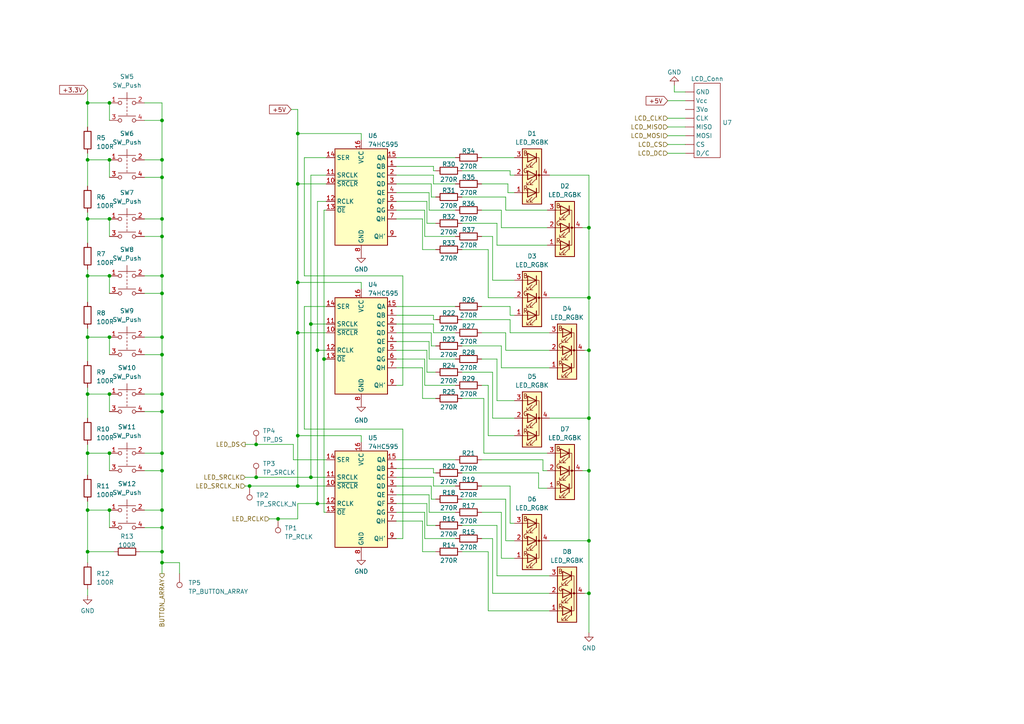
<source format=kicad_sch>
(kicad_sch (version 20230121) (generator eeschema)
  (paper "A4")
  (lib_symbols
    (symbol "74xx:74HC595"
      (property "Reference" "U" (at -7.62 13.97 0))
      (property "Value" "74HC595" (at -7.62 -16.51 0))
      (symbol "74HC595_1_0"
        (pin tri_state line (at 10.16 7.62 180) (length 2.54) (name "QB") (number "1"))
        (pin input line (at -10.16 2.54 0) (length 2.54) (name "~{SRCLR}") (number "10"))
        (pin input line (at -10.16 5.08 0) (length 2.54) (name "SRCLK") (number "11"))
        (pin input line (at -10.16 -2.54 0) (length 2.54) (name "RCLK") (number "12"))
        (pin input line (at -10.16 -5.08 0) (length 2.54) (name "~{OE}") (number "13"))
        (pin input line (at -10.16 10.16 0) (length 2.54) (name "SER") (number "14"))
        (pin tri_state line (at 10.16 10.16 180) (length 2.54) (name "QA") (number "15"))
        (pin power_in line (at 0 15.24 270) (length 2.54) (name "VCC") (number "16"))
        (pin tri_state line (at 10.16 5.08 180) (length 2.54) (name "QC") (number "2"))
        (pin tri_state line (at 10.16 2.54 180) (length 2.54) (name "QD") (number "3"))
        (pin tri_state line (at 10.16 0 180) (length 2.54) (name "QE") (number "4"))
        (pin tri_state line (at 10.16 -2.54 180) (length 2.54) (name "QF") (number "5"))
        (pin tri_state line (at 10.16 -5.08 180) (length 2.54) (name "QG") (number "6"))
        (pin tri_state line (at 10.16 -7.62 180) (length 2.54) (name "QH") (number "7"))
        (pin power_in line (at 0 -17.78 90) (length 2.54) (name "GND") (number "8"))
        (pin output line (at 10.16 -12.7 180) (length 2.54) (name "QH'") (number "9"))
      )
      (symbol "74HC595_1_1"
        (rectangle (start -7.62 12.7) (end 7.62 -15.24) (stroke (width 0.254)) (fill (type background)))
      )
    )
    (symbol "Connector:TestPoint" (pin_numbers hide) (pin_names (offset 0.762) hide)
      (property "Reference" "TP" (at 0 6.858 0))
      (property "Value" "TestPoint" (at 0 5.08 0))
      (symbol "TestPoint_0_1"
        (circle (center 0 3.302) (radius 0.762))
      )
      (symbol "TestPoint_1_1"
        (pin passive line (at 0 0 90) (length 2.54) (name "1") (number "1"))
      )
    )
    (symbol "Device:LED_RGBK" (pin_names (offset 0) hide)
      (property "Reference" "D" (at 0 9.398 0))
      (property "Value" "LED_RGBK" (at 0 -8.89 0))
      (symbol "LED_RGBK_0_0"
        (text "B" (at 1.905 -6.35 0) (effects (font (size 1.27 1.27))))
        (text "G" (at 1.905 -1.27 0) (effects (font (size 1.27 1.27))))
        (text "R" (at 1.905 3.81 0) (effects (font (size 1.27 1.27))))
      )
      (symbol "LED_RGBK_0_1"
        (circle (center -2.032 0) (radius 0.254) (fill (type outline)))
        (polyline (pts (xy -1.27 -5.08) (xy 1.27 -5.08)))
        (polyline (pts (xy -1.27 -3.81) (xy -1.27 -6.35)) (stroke (width 0.254)))
        (polyline (pts (xy -1.27 0) (xy -2.54 0)))
        (polyline (pts (xy -1.27 1.27) (xy -1.27 -1.27)) (stroke (width 0.254)))
        (polyline (pts (xy -1.27 5.08) (xy 1.27 5.08)))
        (polyline (pts (xy -1.27 6.35) (xy -1.27 3.81)) (stroke (width 0.254)))
        (polyline (pts (xy 1.27 -5.08) (xy 2.54 -5.08)))
        (polyline (pts (xy 1.27 0) (xy -1.27 0)))
        (polyline (pts (xy 1.27 0) (xy 2.54 0)))
        (polyline (pts (xy 1.27 5.08) (xy 2.54 5.08)))
        (polyline (pts (xy -1.27 1.27) (xy -1.27 -1.27) (xy -1.27 -1.27)))
        (polyline (pts (xy -1.27 6.35) (xy -1.27 3.81) (xy -1.27 3.81)))
        (polyline (pts (xy -1.27 5.08) (xy -2.032 5.08) (xy -2.032 -5.08) (xy -1.016 -5.08)))
        (polyline (pts (xy 1.27 -3.81) (xy 1.27 -6.35) (xy -1.27 -5.08) (xy 1.27 -3.81)) (stroke (width 0.254)))
        (polyline (pts (xy 1.27 1.27) (xy 1.27 -1.27) (xy -1.27 0) (xy 1.27 1.27)) (stroke (width 0.254)))
        (polyline (pts (xy 1.27 6.35) (xy 1.27 3.81) (xy -1.27 5.08) (xy 1.27 6.35)) (stroke (width 0.254)))
        (polyline (pts (xy -1.016 -3.81) (xy 0.508 -2.286) (xy -0.254 -2.286) (xy 0.508 -2.286) (xy 0.508 -3.048)))
        (polyline (pts (xy -1.016 1.27) (xy 0.508 2.794) (xy -0.254 2.794) (xy 0.508 2.794) (xy 0.508 2.032)))
        (polyline (pts (xy -1.016 6.35) (xy 0.508 7.874) (xy -0.254 7.874) (xy 0.508 7.874) (xy 0.508 7.112)))
        (polyline (pts (xy 0 -3.81) (xy 1.524 -2.286) (xy 0.762 -2.286) (xy 1.524 -2.286) (xy 1.524 -3.048)))
        (polyline (pts (xy 0 1.27) (xy 1.524 2.794) (xy 0.762 2.794) (xy 1.524 2.794) (xy 1.524 2.032)))
        (polyline (pts (xy 0 6.35) (xy 1.524 7.874) (xy 0.762 7.874) (xy 1.524 7.874) (xy 1.524 7.112)))
        (rectangle (start 1.27 -1.27) (end 1.27 1.27))
        (rectangle (start 1.27 1.27) (end 1.27 1.27))
        (rectangle (start 1.27 3.81) (end 1.27 6.35))
        (rectangle (start 1.27 6.35) (end 1.27 6.35))
        (rectangle (start 2.794 8.382) (end -2.794 -7.62) (stroke (width 0.254)) (fill (type background)))
      )
      (symbol "LED_RGBK_1_1"
        (pin passive line (at 5.08 5.08 180) (length 2.54) (name "RA") (number "1"))
        (pin passive line (at 5.08 0 180) (length 2.54) (name "GA") (number "2"))
        (pin passive line (at 5.08 -5.08 180) (length 2.54) (name "BA") (number "3"))
        (pin passive line (at -5.08 0 0) (length 2.54) (name "K") (number "4"))
      )
    )
    (symbol "Device:R" (pin_numbers hide) (pin_names (offset 0))
      (property "Reference" "R" (at 2.032 0 90))
      (property "Value" "R" (at 0 0 90))
      (symbol "R_0_1"
        (rectangle (start -1.016 -2.54) (end 1.016 2.54) (stroke (width 0.254)))
      )
      (symbol "R_1_1"
        (pin passive line (at 0 3.81 270) (length 1.27) (name "~") (number "1"))
        (pin passive line (at 0 -3.81 90) (length 1.27) (name "~") (number "2"))
      )
    )
    (symbol "GND_1" (power) (pin_names (offset 0))
      (property "Value" "GND_1" (at 0 -3.81 0))
      (symbol "GND_1_0_1"
        (polyline (pts (xy 0 0) (xy 0 -1.27) (xy 1.27 -1.27) (xy 0 -2.54) (xy -1.27 -1.27) (xy 0 -1.27)))
      )
      (symbol "GND_1_1_1"
        (pin power_in line (at 0 0 270) (length 0) hide (name "GND") (number "1"))
      )
    )
    (symbol "GND_2" (power) (pin_names (offset 0))
      (property "Value" "GND_2" (at 0 -3.81 0))
      (symbol "GND_2_0_1"
        (polyline (pts (xy 0 0) (xy 0 -1.27) (xy 1.27 -1.27) (xy 0 -2.54) (xy -1.27 -1.27) (xy 0 -1.27)))
      )
      (symbol "GND_2_1_1"
        (pin power_in line (at 0 0 270) (length 0) hide (name "GND") (number "1"))
      )
    )
    (symbol "GND_3" (power) (pin_names (offset 0))
      (property "Value" "GND_3" (at 0 -3.81 0))
      (symbol "GND_3_0_1"
        (polyline (pts (xy 0 0) (xy 0 -1.27) (xy 1.27 -1.27) (xy 0 -2.54) (xy -1.27 -1.27) (xy 0 -1.27)))
      )
      (symbol "GND_3_1_1"
        (pin power_in line (at 0 0 270) (length 0) hide (name "GND") (number "1"))
      )
    )
    (symbol "GND_4" (power) (pin_names (offset 0))
      (property "Value" "GND_4" (at 0 -3.81 0))
      (symbol "GND_4_0_1"
        (polyline (pts (xy 0 0) (xy 0 -1.27) (xy 1.27 -1.27) (xy 0 -2.54) (xy -1.27 -1.27) (xy 0 -1.27)))
      )
      (symbol "GND_4_1_1"
        (pin power_in line (at 0 0 270) (length 0) hide (name "GND") (number "1"))
      )
    )
    (symbol "GND_5" (power) (pin_names (offset 0))
      (property "Value" "GND_5" (at 0 -3.81 0))
      (symbol "GND_5_0_1"
        (polyline (pts (xy 0 0) (xy 0 -1.27) (xy 1.27 -1.27) (xy 0 -2.54) (xy -1.27 -1.27) (xy 0 -1.27)))
      )
      (symbol "GND_5_1_1"
        (pin power_in line (at 0 0 270) (length 0) hide (name "GND") (number "1"))
      )
    )
    (symbol "Luke_library:Adafruit_3.5_TFT_SPI"
      (property "Reference" "U" (at 0 0 0))
      (symbol "Adafruit_3.5_TFT_SPI_0_1"
        (rectangle (start -3.81 -1.27) (end 3.81 -22.86))
      )
      (symbol "Adafruit_3.5_TFT_SPI_1_1"
        (pin output line (at -6.35 -8.89 0) (length 2.54) (name "3Vo") (number ""))
        (pin input line (at -6.35 -11.43 0) (length 2.54) (name "CLK") (number ""))
        (pin input line (at -6.35 -19.05 0) (length 2.54) (name "CS") (number ""))
        (pin input line (at -6.35 -21.59 0) (length 2.54) (name "D/C") (number ""))
        (pin input line (at -6.35 -3.81 0) (length 2.54) (name "GND") (number ""))
        (pin input line (at -6.35 -13.97 0) (length 2.54) (name "MISO") (number ""))
        (pin input line (at -6.35 -16.51 0) (length 2.54) (name "MOSI") (number ""))
        (pin input line (at -6.35 -6.35 0) (length 2.54) (name "Vcc") (number ""))
      )
    )
    (symbol "Switch:SW_Push_Dual" (pin_names (offset 1.016) hide)
      (property "Reference" "SW" (at 1.27 2.54 0))
      (property "Value" "SW_Push_Dual" (at 0 -6.858 0))
      (symbol "SW_Push_Dual_0_1"
        (circle (center -2.032 -5.08) (radius 0.508))
        (circle (center -2.032 0) (radius 0.508))
        (polyline (pts (xy 0 -3.048) (xy 0 -3.556)))
        (polyline (pts (xy 0 -2.032) (xy 0 -2.54)))
        (polyline (pts (xy 0 -1.524) (xy 0 -1.016)))
        (polyline (pts (xy 0 -0.508) (xy 0 0)))
        (polyline (pts (xy 0 0.508) (xy 0 1.016)))
        (polyline (pts (xy 0 1.27) (xy 0 3.048)))
        (polyline (pts (xy 2.54 -3.81) (xy -2.54 -3.81)))
        (polyline (pts (xy 2.54 1.27) (xy -2.54 1.27)))
        (circle (center 2.032 -5.08) (radius 0.508))
        (circle (center 2.032 0) (radius 0.508))
        (pin passive line (at -5.08 0 0) (length 2.54) (name "1") (number "1"))
        (pin passive line (at 5.08 0 180) (length 2.54) (name "2") (number "2"))
        (pin passive line (at -5.08 -5.08 0) (length 2.54) (name "3") (number "3"))
        (pin passive line (at 5.08 -5.08 180) (length 2.54) (name "4") (number "4"))
      )
    )
    (symbol "power:GND" (power) (pin_names (offset 0))
      (property "Value" "GND" (at 0 -3.81 0))
      (symbol "GND_0_1"
        (polyline (pts (xy 0 0) (xy 0 -1.27) (xy 1.27 -1.27) (xy 0 -2.54) (xy -1.27 -1.27) (xy 0 -1.27)))
      )
      (symbol "GND_1_1"
        (pin power_in line (at 0 0 270) (length 0) hide (name "GND") (number "1"))
      )
    )
  )
  (junction (at 31.75 97.79))
  (junction (at 31.75 63.5))
  (junction (at 86.36 38.735))
  (junction (at 74.295 138.43))
  (junction (at 46.99 80.01))
  (junction (at 46.99 136.525))
  (junction (at 25.4 29.845))
  (junction (at 80.645 150.495))
  (junction (at 46.99 68.58))
  (junction (at 86.36 126.365))
  (junction (at 170.815 86.36))
  (junction (at 170.815 121.285))
  (junction (at 46.99 34.925))
  (junction (at 46.99 119.38))
  (junction (at 25.4 147.955))
  (junction (at 170.815 172.085))
  (junction (at 74.295 128.905))
  (junction (at 46.99 63.5))
  (junction (at 86.36 53.34))
  (junction (at 72.39 140.97))
  (junction (at 86.36 140.97))
  (junction (at 31.75 80.01))
  (junction (at 170.815 156.845))
  (junction (at 46.99 114.3))
  (junction (at 46.99 153.035))
  (junction (at 25.4 131.445))
  (junction (at 31.75 114.3))
  (junction (at 86.36 81.915))
  (junction (at 46.99 163.195))
  (junction (at 31.75 46.355))
  (junction (at 31.75 147.955))
  (junction (at 46.99 85.09))
  (junction (at 86.36 96.52))
  (junction (at 46.99 160.02))
  (junction (at 25.4 97.79))
  (junction (at 25.4 160.02))
  (junction (at 31.75 29.845))
  (junction (at 170.815 101.6))
  (junction (at 25.4 80.01))
  (junction (at 170.815 66.04))
  (junction (at 25.4 63.5))
  (junction (at 46.99 102.87))
  (junction (at 25.4 114.3))
  (junction (at 46.99 46.355))
  (junction (at 46.99 97.79))
  (junction (at 92.075 146.05))
  (junction (at 25.4 46.355))
  (junction (at 46.99 51.435))
  (junction (at 31.75 131.445))
  (junction (at 170.815 136.525))
  (junction (at 46.99 131.445))
  (junction (at 46.99 147.955))
  (junction (at 90.17 138.43))
  (junction (at 92.075 101.6))
  (junction (at 90.17 93.98))
  (junction (at 93.98 104.14))
  (wire (pts (xy 46.99 163.195) (xy 46.99 166.37)))
  (wire (pts (xy 142.875 121.285) (xy 149.225 121.285)))
  (wire (pts (xy 71.12 138.43) (xy 74.295 138.43)))
  (wire (pts (xy 122.555 160.02) (xy 126.365 160.02)))
  (wire (pts (xy 195.58 24.765) (xy 195.58 26.67)))
  (wire (pts (xy 141.605 111.76) (xy 141.605 126.365)))
  (wire (pts (xy 86.36 81.915) (xy 104.775 81.915)))
  (wire (pts (xy 46.99 63.5) (xy 41.91 63.5)))
  (wire (pts (xy 142.875 156.21) (xy 142.875 172.085)))
  (wire (pts (xy 46.99 34.925) (xy 41.91 34.925)))
  (wire (pts (xy 133.985 57.15) (xy 146.685 57.15)))
  (wire (pts (xy 46.99 131.445) (xy 46.99 136.525)))
  (wire (pts (xy 125.095 96.52) (xy 125.095 100.33)))
  (wire (pts (xy 125.095 144.78) (xy 126.365 144.78)))
  (wire (pts (xy 40.64 160.02) (xy 46.99 160.02)))
  (wire (pts (xy 31.75 114.3) (xy 25.4 114.3)))
  (wire (pts (xy 114.935 88.9) (xy 132.08 88.9)))
  (wire (pts (xy 133.985 72.39) (xy 141.605 72.39)))
  (wire (pts (xy 92.075 146.05) (xy 94.615 146.05)))
  (wire (pts (xy 90.17 93.98) (xy 94.615 93.98)))
  (wire (pts (xy 74.295 138.43) (xy 90.17 138.43)))
  (wire (pts (xy 104.775 126.365) (xy 104.775 128.27)))
  (wire (pts (xy 46.99 97.79) (xy 46.99 102.87)))
  (wire (pts (xy 147.955 88.9) (xy 147.955 91.44)))
  (wire (pts (xy 145.415 106.68) (xy 159.385 106.68)))
  (wire (pts (xy 46.99 51.435) (xy 46.99 63.5)))
  (wire (pts (xy 124.46 143.51) (xy 124.46 148.59)))
  (wire (pts (xy 46.99 85.09) (xy 46.99 97.79)))
  (wire (pts (xy 122.555 63.5) (xy 122.555 72.39)))
  (wire (pts (xy 169.545 101.6) (xy 170.815 101.6)))
  (wire (pts (xy 25.4 131.445) (xy 25.4 128.905)))
  (wire (pts (xy 114.935 138.43) (xy 125.73 138.43)))
  (wire (pts (xy 31.75 131.445) (xy 25.4 131.445)))
  (wire (pts (xy 25.4 147.955) (xy 25.4 160.02)))
  (wire (pts (xy 31.75 114.3) (xy 31.75 119.38)))
  (wire (pts (xy 170.815 101.6) (xy 170.815 121.285)))
  (wire (pts (xy 145.415 161.925) (xy 149.225 161.925)))
  (wire (pts (xy 123.825 152.4) (xy 126.365 152.4)))
  (wire (pts (xy 25.4 26.035) (xy 25.4 29.845)))
  (wire (pts (xy 146.685 144.78) (xy 146.685 156.845)))
  (wire (pts (xy 124.46 60.96) (xy 132.08 60.96)))
  (wire (pts (xy 147.955 151.765) (xy 149.225 151.765)))
  (wire (pts (xy 86.36 150.495) (xy 80.645 150.495)))
  (wire (pts (xy 139.7 140.97) (xy 147.955 140.97)))
  (wire (pts (xy 31.75 63.5) (xy 25.4 63.5)))
  (wire (pts (xy 46.99 136.525) (xy 41.91 136.525)))
  (wire (pts (xy 114.935 133.35) (xy 132.08 133.35)))
  (wire (pts (xy 90.17 50.8) (xy 90.17 93.98)))
  (wire (pts (xy 123.19 111.76) (xy 132.08 111.76)))
  (wire (pts (xy 141.605 86.36) (xy 149.225 86.36)))
  (wire (pts (xy 86.36 126.365) (xy 104.775 126.365)))
  (wire (pts (xy 25.4 112.395) (xy 25.4 114.3)))
  (wire (pts (xy 86.36 53.34) (xy 94.615 53.34)))
  (wire (pts (xy 159.385 156.845) (xy 170.815 156.845)))
  (wire (pts (xy 147.955 91.44) (xy 149.225 91.44)))
  (wire (pts (xy 88.265 80.01) (xy 116.84 80.01)))
  (wire (pts (xy 94.615 60.96) (xy 93.98 60.96)))
  (wire (pts (xy 46.99 46.355) (xy 46.99 51.435)))
  (wire (pts (xy 31.75 131.445) (xy 31.75 136.525)))
  (wire (pts (xy 125.73 137.16) (xy 126.365 137.16)))
  (wire (pts (xy 71.12 140.97) (xy 72.39 140.97)))
  (wire (pts (xy 133.985 115.57) (xy 140.335 115.57)))
  (wire (pts (xy 141.605 72.39) (xy 141.605 86.36)))
  (wire (pts (xy 124.46 148.59) (xy 132.08 148.59)))
  (wire (pts (xy 145.415 100.33) (xy 145.415 106.68)))
  (wire (pts (xy 31.75 97.79) (xy 25.4 97.79)))
  (wire (pts (xy 114.935 106.68) (xy 122.555 106.68)))
  (wire (pts (xy 122.555 115.57) (xy 126.365 115.57)))
  (wire (pts (xy 142.875 81.28) (xy 149.225 81.28)))
  (wire (pts (xy 114.935 140.97) (xy 125.095 140.97)))
  (wire (pts (xy 193.675 41.91) (xy 198.755 41.91)))
  (wire (pts (xy 114.935 146.05) (xy 123.825 146.05)))
  (wire (pts (xy 170.815 172.085) (xy 170.815 183.515)))
  (wire (pts (xy 25.4 95.25) (xy 25.4 97.79)))
  (wire (pts (xy 114.935 151.13) (xy 122.555 151.13)))
  (wire (pts (xy 116.84 156.21) (xy 114.935 156.21)))
  (wire (pts (xy 133.985 144.78) (xy 146.685 144.78)))
  (wire (pts (xy 147.32 55.88) (xy 149.225 55.88)))
  (wire (pts (xy 124.46 55.88) (xy 124.46 60.96)))
  (wire (pts (xy 114.935 91.44) (xy 125.73 91.44)))
  (wire (pts (xy 122.555 72.39) (xy 126.365 72.39)))
  (wire (pts (xy 46.99 102.87) (xy 41.91 102.87)))
  (wire (pts (xy 25.4 80.01) (xy 25.4 78.105)))
  (wire (pts (xy 86.36 96.52) (xy 86.36 126.365)))
  (wire (pts (xy 125.095 57.15) (xy 126.365 57.15)))
  (wire (pts (xy 159.385 50.8) (xy 170.815 50.8)))
  (wire (pts (xy 139.7 133.35) (xy 157.48 133.35)))
  (wire (pts (xy 146.685 96.52) (xy 146.685 101.6)))
  (wire (pts (xy 139.7 96.52) (xy 146.685 96.52)))
  (wire (pts (xy 170.815 121.285) (xy 170.815 136.525)))
  (wire (pts (xy 46.99 153.035) (xy 46.99 160.02)))
  (wire (pts (xy 133.985 152.4) (xy 144.145 152.4)))
  (wire (pts (xy 123.825 146.05) (xy 123.825 152.4)))
  (wire (pts (xy 116.84 124.46) (xy 116.84 156.21)))
  (wire (pts (xy 140.335 131.445) (xy 158.75 131.445)))
  (wire (pts (xy 125.73 138.43) (xy 125.73 140.97)))
  (wire (pts (xy 123.825 101.6) (xy 123.825 107.95)))
  (wire (pts (xy 25.4 87.63) (xy 25.4 80.01)))
  (wire (pts (xy 144.145 167.005) (xy 159.385 167.005)))
  (wire (pts (xy 104.775 81.915) (xy 104.775 83.82)))
  (wire (pts (xy 88.265 88.9) (xy 88.265 124.46)))
  (wire (pts (xy 123.825 64.77) (xy 126.365 64.77)))
  (wire (pts (xy 71.12 128.905) (xy 74.295 128.905)))
  (wire (pts (xy 123.825 58.42) (xy 123.825 64.77)))
  (wire (pts (xy 147.955 96.52) (xy 159.385 96.52)))
  (wire (pts (xy 46.99 63.5) (xy 46.99 68.58)))
  (wire (pts (xy 86.36 38.735) (xy 86.36 53.34)))
  (wire (pts (xy 122.555 106.68) (xy 122.555 115.57)))
  (wire (pts (xy 133.985 64.77) (xy 144.145 64.77)))
  (wire (pts (xy 141.605 160.02) (xy 141.605 177.165)))
  (wire (pts (xy 193.675 36.83) (xy 198.755 36.83)))
  (wire (pts (xy 46.99 85.09) (xy 41.91 85.09)))
  (wire (pts (xy 147.955 50.8) (xy 149.225 50.8)))
  (wire (pts (xy 31.75 147.955) (xy 31.75 153.035)))
  (wire (pts (xy 141.605 126.365) (xy 149.225 126.365)))
  (wire (pts (xy 114.935 53.34) (xy 125.095 53.34)))
  (wire (pts (xy 46.99 147.955) (xy 46.99 153.035)))
  (wire (pts (xy 25.4 46.355) (xy 25.4 44.45)))
  (wire (pts (xy 193.675 29.21) (xy 198.755 29.21)))
  (wire (pts (xy 86.36 96.52) (xy 94.615 96.52)))
  (wire (pts (xy 170.815 172.085) (xy 169.545 172.085)))
  (wire (pts (xy 123.19 104.14) (xy 123.19 111.76)))
  (wire (pts (xy 170.815 136.525) (xy 170.815 156.845)))
  (wire (pts (xy 46.99 80.01) (xy 41.91 80.01)))
  (wire (pts (xy 156.21 137.16) (xy 156.21 141.605)))
  (wire (pts (xy 141.605 177.165) (xy 159.385 177.165)))
  (wire (pts (xy 86.36 81.915) (xy 86.36 96.52)))
  (wire (pts (xy 123.19 60.96) (xy 123.19 68.58)))
  (wire (pts (xy 144.145 116.205) (xy 149.225 116.205)))
  (wire (pts (xy 125.095 53.34) (xy 125.095 57.15)))
  (wire (pts (xy 114.935 55.88) (xy 124.46 55.88)))
  (wire (pts (xy 144.145 152.4) (xy 144.145 167.005)))
  (wire (pts (xy 146.685 101.6) (xy 159.385 101.6)))
  (wire (pts (xy 170.815 156.845) (xy 170.815 172.085)))
  (wire (pts (xy 46.99 29.845) (xy 41.91 29.845)))
  (wire (pts (xy 139.7 68.58) (xy 142.875 68.58)))
  (wire (pts (xy 114.935 99.06) (xy 124.46 99.06)))
  (wire (pts (xy 125.73 50.8) (xy 125.73 53.34)))
  (wire (pts (xy 157.48 136.525) (xy 158.75 136.525)))
  (wire (pts (xy 52.07 163.195) (xy 52.07 166.37)))
  (wire (pts (xy 25.4 80.01) (xy 31.75 80.01)))
  (wire (pts (xy 133.985 92.71) (xy 147.955 92.71)))
  (wire (pts (xy 31.75 63.5) (xy 31.75 68.58)))
  (wire (pts (xy 114.935 111.76) (xy 116.84 111.76)))
  (wire (pts (xy 125.095 100.33) (xy 126.365 100.33)))
  (wire (pts (xy 84.455 31.75) (xy 86.36 31.75)))
  (wire (pts (xy 125.73 48.26) (xy 125.73 49.53)))
  (wire (pts (xy 139.7 148.59) (xy 145.415 148.59)))
  (wire (pts (xy 168.91 136.525) (xy 170.815 136.525)))
  (wire (pts (xy 25.4 29.845) (xy 25.4 36.83)))
  (wire (pts (xy 25.4 63.5) (xy 25.4 61.595)))
  (wire (pts (xy 114.935 93.98) (xy 125.73 93.98)))
  (wire (pts (xy 125.73 135.89) (xy 125.73 137.16)))
  (wire (pts (xy 46.99 102.87) (xy 46.99 114.3)))
  (wire (pts (xy 46.99 147.955) (xy 41.91 147.955)))
  (wire (pts (xy 31.75 97.79) (xy 31.75 102.87)))
  (wire (pts (xy 86.36 53.34) (xy 86.36 81.915)))
  (wire (pts (xy 114.935 60.96) (xy 123.19 60.96)))
  (wire (pts (xy 25.4 147.955) (xy 25.4 145.415)))
  (wire (pts (xy 170.815 86.36) (xy 170.815 101.6)))
  (wire (pts (xy 139.7 53.34) (xy 147.32 53.34)))
  (wire (pts (xy 147.955 49.53) (xy 147.955 50.8)))
  (wire (pts (xy 25.4 160.02) (xy 25.4 163.195)))
  (wire (pts (xy 86.36 146.05) (xy 86.36 150.495)))
  (wire (pts (xy 147.955 92.71) (xy 147.955 96.52)))
  (wire (pts (xy 25.4 114.3) (xy 25.4 121.285)))
  (wire (pts (xy 123.19 68.58) (xy 132.08 68.58)))
  (wire (pts (xy 104.775 40.64) (xy 104.775 38.735)))
  (wire (pts (xy 25.4 97.79) (xy 25.4 104.775)))
  (wire (pts (xy 125.73 96.52) (xy 132.08 96.52)))
  (wire (pts (xy 72.39 140.97) (xy 86.36 140.97)))
  (wire (pts (xy 25.4 63.5) (xy 25.4 70.485)))
  (wire (pts (xy 25.4 131.445) (xy 25.4 137.795)))
  (wire (pts (xy 46.99 97.79) (xy 41.91 97.79)))
  (wire (pts (xy 93.98 104.14) (xy 94.615 104.14)))
  (wire (pts (xy 46.99 68.58) (xy 46.99 80.01)))
  (wire (pts (xy 31.75 46.355) (xy 25.4 46.355)))
  (wire (pts (xy 114.935 45.72) (xy 132.08 45.72)))
  (wire (pts (xy 33.02 160.02) (xy 25.4 160.02)))
  (wire (pts (xy 147.32 53.34) (xy 147.32 55.88)))
  (wire (pts (xy 125.73 140.97) (xy 132.08 140.97)))
  (wire (pts (xy 170.815 66.04) (xy 170.815 86.36)))
  (wire (pts (xy 125.73 93.98) (xy 125.73 96.52)))
  (wire (pts (xy 46.99 153.035) (xy 41.91 153.035)))
  (wire (pts (xy 46.99 160.02) (xy 46.99 163.195)))
  (wire (pts (xy 90.17 138.43) (xy 94.615 138.43)))
  (wire (pts (xy 88.265 124.46) (xy 116.84 124.46)))
  (wire (pts (xy 116.84 80.01) (xy 116.84 111.76)))
  (wire (pts (xy 145.415 148.59) (xy 145.415 161.925)))
  (wire (pts (xy 170.815 66.04) (xy 168.91 66.04)))
  (wire (pts (xy 114.935 58.42) (xy 123.825 58.42)))
  (wire (pts (xy 139.7 60.96) (xy 145.415 60.96)))
  (wire (pts (xy 46.99 119.38) (xy 41.91 119.38)))
  (wire (pts (xy 193.675 39.37) (xy 198.755 39.37)))
  (wire (pts (xy 94.615 58.42) (xy 92.075 58.42)))
  (wire (pts (xy 114.935 104.14) (xy 123.19 104.14)))
  (wire (pts (xy 125.73 49.53) (xy 126.365 49.53)))
  (wire (pts (xy 144.145 64.77) (xy 144.145 71.12)))
  (wire (pts (xy 94.615 50.8) (xy 90.17 50.8)))
  (wire (pts (xy 139.7 156.21) (xy 142.875 156.21)))
  (wire (pts (xy 144.145 71.12) (xy 158.75 71.12)))
  (wire (pts (xy 31.75 46.355) (xy 31.75 51.435)))
  (wire (pts (xy 104.775 38.735) (xy 86.36 38.735)))
  (wire (pts (xy 90.17 93.98) (xy 90.17 138.43)))
  (wire (pts (xy 46.99 34.925) (xy 46.99 46.355)))
  (wire (pts (xy 170.815 50.8) (xy 170.815 66.04)))
  (wire (pts (xy 94.615 88.9) (xy 88.265 88.9)))
  (wire (pts (xy 86.36 126.365) (xy 86.36 140.97)))
  (wire (pts (xy 145.415 60.96) (xy 145.415 66.04)))
  (wire (pts (xy 142.875 68.58) (xy 142.875 81.28)))
  (wire (pts (xy 133.985 160.02) (xy 141.605 160.02)))
  (wire (pts (xy 114.935 148.59) (xy 123.19 148.59)))
  (wire (pts (xy 86.36 31.75) (xy 86.36 38.735)))
  (wire (pts (xy 125.73 53.34) (xy 132.08 53.34)))
  (wire (pts (xy 122.555 151.13) (xy 122.555 160.02)))
  (wire (pts (xy 159.385 86.36) (xy 170.815 86.36)))
  (wire (pts (xy 78.105 150.495) (xy 80.645 150.495)))
  (wire (pts (xy 133.985 107.95) (xy 142.875 107.95)))
  (wire (pts (xy 46.99 136.525) (xy 46.99 147.955)))
  (wire (pts (xy 88.265 45.72) (xy 88.265 80.01)))
  (wire (pts (xy 85.09 133.35) (xy 94.615 133.35)))
  (wire (pts (xy 92.075 146.05) (xy 86.36 146.05)))
  (wire (pts (xy 114.935 143.51) (xy 124.46 143.51)))
  (wire (pts (xy 139.7 111.76) (xy 141.605 111.76)))
  (wire (pts (xy 146.685 57.15) (xy 146.685 60.96)))
  (wire (pts (xy 46.99 46.355) (xy 41.91 46.355)))
  (wire (pts (xy 133.985 49.53) (xy 147.955 49.53)))
  (wire (pts (xy 93.98 60.96) (xy 93.98 104.14)))
  (wire (pts (xy 145.415 66.04) (xy 158.75 66.04)))
  (wire (pts (xy 139.7 104.14) (xy 144.145 104.14)))
  (wire (pts (xy 92.075 58.42) (xy 92.075 101.6)))
  (wire (pts (xy 147.955 140.97) (xy 147.955 151.765)))
  (wire (pts (xy 46.99 80.01) (xy 46.99 85.09)))
  (wire (pts (xy 46.99 131.445) (xy 41.91 131.445)))
  (wire (pts (xy 125.73 91.44) (xy 125.73 92.71)))
  (wire (pts (xy 46.99 163.195) (xy 52.07 163.195)))
  (wire (pts (xy 114.935 101.6) (xy 123.825 101.6)))
  (wire (pts (xy 46.99 119.38) (xy 46.99 131.445)))
  (wire (pts (xy 94.615 101.6) (xy 92.075 101.6)))
  (wire (pts (xy 114.935 50.8) (xy 125.73 50.8)))
  (wire (pts (xy 159.385 121.285) (xy 170.815 121.285)))
  (wire (pts (xy 31.75 29.845) (xy 31.75 34.925)))
  (wire (pts (xy 25.4 46.355) (xy 25.4 53.975)))
  (wire (pts (xy 31.75 80.01) (xy 31.75 85.09)))
  (wire (pts (xy 25.4 170.815) (xy 25.4 172.72)))
  (wire (pts (xy 142.875 172.085) (xy 159.385 172.085)))
  (wire (pts (xy 92.075 101.6) (xy 92.075 146.05)))
  (wire (pts (xy 142.875 107.95) (xy 142.875 121.285)))
  (wire (pts (xy 125.095 140.97) (xy 125.095 144.78)))
  (wire (pts (xy 124.46 99.06) (xy 124.46 104.14)))
  (wire (pts (xy 123.19 148.59) (xy 123.19 156.21)))
  (wire (pts (xy 193.675 34.29) (xy 198.755 34.29)))
  (wire (pts (xy 144.145 104.14) (xy 144.145 116.205)))
  (wire (pts (xy 140.335 115.57) (xy 140.335 131.445)))
  (wire (pts (xy 93.98 148.59) (xy 94.615 148.59)))
  (wire (pts (xy 85.09 128.905) (xy 85.09 133.35)))
  (wire (pts (xy 114.935 48.26) (xy 125.73 48.26)))
  (wire (pts (xy 133.985 100.33) (xy 145.415 100.33)))
  (wire (pts (xy 123.19 156.21) (xy 132.08 156.21)))
  (wire (pts (xy 157.48 133.35) (xy 157.48 136.525)))
  (wire (pts (xy 114.935 63.5) (xy 122.555 63.5)))
  (wire (pts (xy 46.99 114.3) (xy 41.91 114.3)))
  (wire (pts (xy 46.99 68.58) (xy 41.91 68.58)))
  (wire (pts (xy 146.685 156.845) (xy 149.225 156.845)))
  (wire (pts (xy 156.21 141.605) (xy 158.75 141.605)))
  (wire (pts (xy 86.36 140.97) (xy 94.615 140.97)))
  (wire (pts (xy 139.7 45.72) (xy 149.225 45.72)))
  (wire (pts (xy 195.58 26.67) (xy 198.755 26.67)))
  (wire (pts (xy 133.985 137.16) (xy 156.21 137.16)))
  (wire (pts (xy 124.46 104.14) (xy 132.08 104.14)))
  (wire (pts (xy 46.99 51.435) (xy 41.91 51.435)))
  (wire (pts (xy 114.935 96.52) (xy 125.095 96.52)))
  (wire (pts (xy 193.675 44.45) (xy 198.755 44.45)))
  (wire (pts (xy 93.98 104.14) (xy 93.98 148.59)))
  (wire (pts (xy 46.99 29.845) (xy 46.99 34.925)))
  (wire (pts (xy 31.75 29.845) (xy 25.4 29.845)))
  (wire (pts (xy 114.935 135.89) (xy 125.73 135.89)))
  (wire (pts (xy 139.7 88.9) (xy 147.955 88.9)))
  (wire (pts (xy 31.75 147.955) (xy 25.4 147.955)))
  (wire (pts (xy 123.825 107.95) (xy 126.365 107.95)))
  (wire (pts (xy 146.685 60.96) (xy 158.75 60.96)))
  (wire (pts (xy 94.615 45.72) (xy 88.265 45.72)))
  (wire (pts (xy 46.99 114.3) (xy 46.99 119.38)))
  (wire (pts (xy 74.295 128.905) (xy 85.09 128.905)))
  (wire (pts (xy 125.73 92.71) (xy 126.365 92.71)))
  (global_label "+5V" (shape input) (at 84.455 31.75 180) (property "Intersheetrefs" "${INTERSHEET_REFS}" (effects hide)))
  (global_label "+5V" (shape input) (at 193.675 29.21 180) (property "Intersheetrefs" "${INTERSHEET_REFS}" (effects hide)))
  (global_label "+3.3V" (shape input) (at 25.4 26.035 180) (property "Intersheetrefs" "${INTERSHEET_REFS}" (effects hide)))
  (hierarchical_label "BUTTON_ARRAY" (shape output) (at 46.99 166.37 270))
  (hierarchical_label "LCD_CLK" (shape input) (at 193.675 34.29 180))
  (hierarchical_label "LCD_DC" (shape input) (at 193.675 44.45 180))
  (hierarchical_label "LCD_CS" (shape input) (at 193.675 41.91 180))
  (hierarchical_label "LCD_MISO" (shape input) (at 193.675 36.83 180))
  (hierarchical_label "LED_SRCLK" (shape input) (at 71.12 138.43 180))
  (hierarchical_label "LCD_MOSI" (shape input) (at 193.675 39.37 180))
  (hierarchical_label "LED_SRCLK_N" (shape input) (at 71.12 140.97 180))
  (hierarchical_label "LED_DS" (shape output) (at 71.12 128.905 180))
  (hierarchical_label "LED_RCLK" (shape input) (at 78.105 150.495 180))
  (symbol (lib_name "GND_1") (lib_id "power:GND") (at 104.775 73.66 0) (unit 1)
    (property "Reference" "#PWR018" (effects hide))
    (property "Value" "GND" (at 104.775 78.105 0))
  )
  (symbol (lib_id "Device:R") (at 135.89 133.35 90) (unit 1)
    (property "Reference" "R21" (at 135.89 131.445 90))
    (property "Value" "270R" (at 135.89 135.89 90))
  )
  (symbol (lib_id "Device:LED_RGBK") (at 154.305 156.845 180) (unit 1)
    (property "Reference" "D6" (at 154.305 144.78 0))
    (property "Value" "LED_RGBK" (at 154.305 147.32 0))
  )
  (symbol (lib_id "Device:R") (at 36.83 160.02 90) (unit 1)
    (property "Reference" "R13" (at 36.83 155.575 90))
    (property "Value" "100R" (at 36.83 158.115 90))
  )
  (symbol (lib_id "Switch:SW_Push_Dual") (at 36.83 131.445 0) (unit 1)
    (property "Reference" "SW11" (at 36.83 123.825 0))
    (property "Value" "SW_Push" (at 36.83 126.365 0))
    (property "Footprint" "Button_Switch_SMD:SW_Push_1P1T_NO_6x6mm_H9.5mm" (effects hide))
  )
  (symbol (lib_id "Device:R") (at 25.4 57.785 0) (unit 1)
    (property "Reference" "R6" (at 27.94 57.15 0) (effects (justify left)))
    (property "Value" "100R" (at 27.94 59.69 0) (effects (justify left)))
  )
  (symbol (lib_id "Device:R") (at 130.175 107.95 90) (unit 1)
    (property "Reference" "R24" (at 130.175 106.045 90))
    (property "Value" "270R" (at 130.175 110.49 90))
  )
  (symbol (lib_id "Device:R") (at 25.4 167.005 0) (unit 1)
    (property "Reference" "R12" (at 27.94 166.37 0) (effects (justify left)))
    (property "Value" "100R" (at 27.94 168.91 0) (effects (justify left)))
  )
  (symbol (lib_name "GND_3") (lib_id "power:GND") (at 104.775 161.29 0) (unit 1)
    (property "Reference" "#PWR020" (effects hide))
    (property "Value" "GND" (at 104.775 165.735 0))
  )
  (symbol (lib_id "Device:R") (at 135.89 104.14 90) (unit 1)
    (property "Reference" "R28" (at 135.89 102.235 90))
    (property "Value" "270R" (at 135.89 106.68 90))
  )
  (symbol (lib_id "Switch:SW_Push_Dual") (at 36.83 114.3 0) (unit 1)
    (property "Reference" "SW10" (at 36.83 106.68 0))
    (property "Value" "SW_Push" (at 36.83 109.22 0))
    (property "Footprint" "Button_Switch_SMD:SW_Push_1P1T_NO_6x6mm_H9.5mm" (effects hide))
  )
  (symbol (lib_id "Device:R") (at 25.4 74.295 0) (unit 1)
    (property "Reference" "R7" (at 27.94 73.66 0) (effects (justify left)))
    (property "Value" "100R" (at 27.94 76.2 0) (effects (justify left)))
  )
  (symbol (lib_name "GND_5") (lib_id "power:GND") (at 195.58 24.765 180) (unit 1)
    (property "Reference" "#PWR022" (effects hide))
    (property "Value" "GND" (at 195.58 20.955 0))
  )
  (symbol (lib_id "Connector:TestPoint") (at 72.39 140.97 180) (unit 1)
    (property "Reference" "TP2" (at 74.295 143.637 0) (effects (justify right)))
    (property "Value" "TP_SRCLK_N" (at 74.295 146.177 0) (effects (justify right)))
  )
  (symbol (lib_id "Device:R") (at 25.4 125.095 0) (unit 1)
    (property "Reference" "R10" (at 27.94 124.46 0) (effects (justify left)))
    (property "Value" "100R" (at 27.94 127 0) (effects (justify left)))
  )
  (symbol (lib_id "Device:R") (at 130.175 115.57 90) (unit 1)
    (property "Reference" "R25" (at 130.175 113.665 90))
    (property "Value" "270R" (at 130.175 118.11 90))
  )
  (symbol (lib_id "Device:LED_RGBK") (at 163.83 66.04 180) (unit 1)
    (property "Reference" "D2" (at 163.83 53.975 0))
    (property "Value" "LED_RGBK" (at 163.83 56.515 0))
  )
  (symbol (lib_id "Device:R") (at 25.4 141.605 0) (unit 1)
    (property "Reference" "R11" (at 27.94 140.97 0) (effects (justify left)))
    (property "Value" "100R" (at 27.94 143.51 0) (effects (justify left)))
  )
  (symbol (lib_id "74xx:74HC595") (at 104.775 55.88 0) (unit 1)
    (property "Reference" "U6" (at 106.7309 39.37 0) (effects (justify left)))
    (property "Value" "74HC595" (at 106.7309 41.91 0) (effects (justify left)))
    (property "Datasheet" "http://www.ti.com/lit/ds/symlink/sn74hc595.pdf" (effects hide))
  )
  (symbol (lib_id "Device:R") (at 25.4 108.585 0) (unit 1)
    (property "Reference" "R9" (at 27.94 107.95 0) (effects (justify left)))
    (property "Value" "100R" (at 27.94 110.49 0) (effects (justify left)))
  )
  (symbol (lib_id "Device:LED_RGBK") (at 164.465 172.085 180) (unit 1)
    (property "Reference" "D8" (at 164.465 160.02 0))
    (property "Value" "LED_RGBK" (at 164.465 162.56 0))
  )
  (symbol (lib_id "Device:LED_RGBK") (at 164.465 101.6 180) (unit 1)
    (property "Reference" "D4" (at 164.465 89.535 0))
    (property "Value" "LED_RGBK" (at 164.465 92.075 0))
  )
  (symbol (lib_id "Device:R") (at 135.89 148.59 90) (unit 1)
    (property "Reference" "R17" (at 135.89 146.685 90))
    (property "Value" "270R" (at 135.89 151.13 90))
  )
  (symbol (lib_id "Device:R") (at 130.175 64.77 90) (unit 1)
    (property "Reference" "R32" (at 130.175 62.865 90))
    (property "Value" "270R" (at 130.175 67.31 90))
  )
  (symbol (lib_id "Connector:TestPoint") (at 74.295 128.905 0) (unit 1)
    (property "Reference" "TP4" (at 76.2 124.968 0) (effects (justify left)))
    (property "Value" "TP_DS" (at 76.2 127.508 0) (effects (justify left)))
  )
  (symbol (lib_id "Device:R") (at 25.4 40.64 0) (unit 1)
    (property "Reference" "R5" (at 27.94 40.005 0) (effects (justify left)))
    (property "Value" "100R" (at 27.94 42.545 0) (effects (justify left)))
  )
  (symbol (lib_id "Device:LED_RGBK") (at 154.305 50.8 180) (unit 1)
    (property "Reference" "D1" (at 154.305 38.735 0))
    (property "Value" "LED_RGBK" (at 154.305 41.275 0))
  )
  (symbol (lib_name "GND_2") (lib_id "power:GND") (at 104.775 116.84 0) (unit 1)
    (property "Reference" "#PWR019" (effects hide))
    (property "Value" "GND" (at 104.775 121.92 0))
  )
  (symbol (lib_id "Device:R") (at 135.89 140.97 90) (unit 1)
    (property "Reference" "R19" (at 135.89 139.065 90))
    (property "Value" "270R" (at 135.89 143.51 90))
  )
  (symbol (lib_id "Device:R") (at 130.175 72.39 90) (unit 1)
    (property "Reference" "R33" (at 130.175 70.485 90))
    (property "Value" "270R" (at 130.175 74.93 90))
  )
  (symbol (lib_id "Device:R") (at 130.175 57.15 90) (unit 1)
    (property "Reference" "R31" (at 130.175 55.245 90))
    (property "Value" "270R" (at 130.175 59.69 90))
  )
  (symbol (lib_id "74xx:74HC595") (at 104.775 99.06 0) (unit 1)
    (property "Reference" "U4" (at 106.7309 82.55 0) (effects (justify left)))
    (property "Value" "74HC595" (at 106.7309 85.09 0) (effects (justify left)))
    (property "Datasheet" "http://www.ti.com/lit/ds/symlink/sn74hc595.pdf" (effects hide))
  )
  (symbol (lib_id "Device:R") (at 25.4 91.44 0) (unit 1)
    (property "Reference" "R8" (at 27.94 90.805 0) (effects (justify left)))
    (property "Value" "100R" (at 27.94 93.345 0) (effects (justify left)))
  )
  (symbol (lib_id "Connector:TestPoint") (at 80.645 150.495 180) (unit 1)
    (property "Reference" "TP1" (at 82.55 153.162 0) (effects (justify right)))
    (property "Value" "TP_RCLK" (at 82.55 155.702 0) (effects (justify right)))
  )
  (symbol (lib_id "Switch:SW_Push_Dual") (at 36.83 46.355 0) (unit 1)
    (property "Reference" "SW6" (at 36.83 38.735 0))
    (property "Value" "SW_Push" (at 36.83 41.275 0))
    (property "Footprint" "Button_Switch_SMD:SW_Push_1P1T_NO_6x6mm_H9.5mm" (effects hide))
  )
  (symbol (lib_id "Switch:SW_Push_Dual") (at 36.83 97.79 0) (unit 1)
    (property "Reference" "SW9" (at 36.83 90.17 0))
    (property "Value" "SW_Push" (at 36.83 92.71 0))
    (property "Footprint" "Button_Switch_SMD:SW_Push_1P1T_NO_6x6mm_H9.5mm" (effects hide))
  )
  (symbol (lib_id "74xx:74HC595") (at 104.775 143.51 0) (unit 1)
    (property "Reference" "U5" (at 106.7309 127 0) (effects (justify left)))
    (property "Value" "74HC595" (at 106.7309 129.54 0) (effects (justify left)))
    (property "Datasheet" "http://www.ti.com/lit/ds/symlink/sn74hc595.pdf" (effects hide))
  )
  (symbol (lib_id "Device:R") (at 135.89 60.96 90) (unit 1)
    (property "Reference" "R36" (at 135.89 59.055 90))
    (property "Value" "270R" (at 135.89 63.5 90))
  )
  (symbol (lib_id "Connector:TestPoint") (at 74.295 138.43 0) (unit 1)
    (property "Reference" "TP3" (at 76.2 134.493 0) (effects (justify left)))
    (property "Value" "TP_SRCLK" (at 76.2 137.033 0) (effects (justify left)))
  )
  (symbol (lib_id "Switch:SW_Push_Dual") (at 36.83 147.955 0) (unit 1)
    (property "Reference" "SW12" (at 36.83 140.335 0))
    (property "Value" "SW_Push" (at 36.83 142.875 0))
    (property "Footprint" "Button_Switch_SMD:SW_Push_1P1T_NO_6x6mm_H9.5mm" (effects hide))
  )
  (symbol (lib_id "Device:LED_RGBK") (at 154.305 86.36 180) (unit 1)
    (property "Reference" "D3" (at 154.305 74.295 0))
    (property "Value" "LED_RGBK" (at 154.305 76.835 0))
  )
  (symbol (lib_id "Device:LED_RGBK") (at 163.83 136.525 180) (unit 1)
    (property "Reference" "D7" (at 163.83 124.46 0))
    (property "Value" "LED_RGBK" (at 163.83 127 0))
  )
  (symbol (lib_id "Connector:TestPoint") (at 52.07 166.37 180) (unit 1)
    (property "Reference" "TP5" (at 54.61 169.037 0) (effects (justify right)))
    (property "Value" "TP_BUTTON_ARRAY" (at 54.61 171.577 0) (effects (justify right)))
  )
  (symbol (lib_id "Device:R") (at 130.175 152.4 90) (unit 1)
    (property "Reference" "R16" (at 130.175 150.495 90))
    (property "Value" "270R" (at 130.175 154.94 90))
  )
  (symbol (lib_id "Device:R") (at 135.89 88.9 90) (unit 1)
    (property "Reference" "R26" (at 135.89 86.995 90))
    (property "Value" "270R" (at 135.89 91.44 90))
  )
  (symbol (lib_id "Device:R") (at 130.175 92.71 90) (unit 1)
    (property "Reference" "R22" (at 130.175 90.805 90))
    (property "Value" "270R" (at 130.175 95.25 90))
  )
  (symbol (lib_id "Device:R") (at 130.175 49.53 90) (unit 1)
    (property "Reference" "R30" (at 130.175 47.625 90))
    (property "Value" "270R" (at 130.175 52.07 90))
  )
  (symbol (lib_name "GND_4") (lib_id "power:GND") (at 170.815 183.515 0) (unit 1)
    (property "Reference" "#PWR021" (effects hide))
    (property "Value" "GND" (at 170.815 187.96 0))
  )
  (symbol (lib_id "Device:R") (at 135.89 111.76 90) (unit 1)
    (property "Reference" "R29" (at 135.89 109.855 90))
    (property "Value" "270R" (at 135.89 114.3 90))
  )
  (symbol (lib_id "Device:R") (at 135.89 53.34 90) (unit 1)
    (property "Reference" "R35" (at 135.89 51.435 90))
    (property "Value" "270R" (at 135.89 55.88 90))
  )
  (symbol (lib_id "Device:R") (at 135.89 96.52 90) (unit 1)
    (property "Reference" "R27" (at 135.89 94.615 90))
    (property "Value" "270R" (at 135.89 99.06 90))
  )
  (symbol (lib_id "Device:LED_RGBK") (at 154.305 121.285 180) (unit 1)
    (property "Reference" "D5" (at 154.305 109.22 0))
    (property "Value" "LED_RGBK" (at 154.305 111.76 0))
  )
  (symbol (lib_id "Luke_library:Adafruit_3.5_TFT_SPI") (at 205.105 22.86 0) (unit 1)
    (property "Reference" "U7" (at 209.55 35.56 0) (effects (justify left)))
    (property "Value" "LCD_Conn" (at 205.105 22.86 0))
  )
  (symbol (lib_id "Device:R") (at 130.175 160.02 90) (unit 1)
    (property "Reference" "R14" (at 130.175 158.115 90))
    (property "Value" "270R" (at 130.175 162.56 90))
  )
  (symbol (lib_id "Device:R") (at 130.175 144.78 90) (unit 1)
    (property "Reference" "R18" (at 130.175 142.875 90))
    (property "Value" "270R" (at 130.175 147.32 90))
  )
  (symbol (lib_id "Device:R") (at 130.175 137.16 90) (unit 1)
    (property "Reference" "R20" (at 130.175 135.255 90))
    (property "Value" "270R" (at 130.175 139.7 90))
  )
  (symbol (lib_id "power:GND") (at 25.4 172.72 0) (unit 1)
    (property "Reference" "#PWR01" (effects hide))
    (property "Value" "GND" (at 25.4 177.165 0))
  )
  (symbol (lib_id "Switch:SW_Push_Dual") (at 36.83 63.5 0) (unit 1)
    (property "Reference" "SW7" (at 36.83 55.88 0))
    (property "Value" "SW_Push" (at 36.83 58.42 0))
    (property "Footprint" "Button_Switch_SMD:SW_Push_1P1T_NO_6x6mm_H9.5mm" (effects hide))
  )
  (symbol (lib_id "Device:R") (at 135.89 45.72 90) (unit 1)
    (property "Reference" "R34" (at 135.89 43.815 90))
    (property "Value" "270R" (at 135.89 48.26 90))
  )
  (symbol (lib_id "Switch:SW_Push_Dual") (at 36.83 29.845 0) (unit 1)
    (property "Reference" "SW5" (at 36.83 22.225 0))
    (property "Value" "SW_Push" (at 36.83 24.765 0))
    (property "Footprint" "Button_Switch_SMD:SW_Push_1P1T_NO_6x6mm_H9.5mm" (effects hide))
  )
  (symbol (lib_id "Device:R") (at 135.89 156.21 90) (unit 1)
    (property "Reference" "R15" (at 135.89 154.305 90))
    (property "Value" "270R" (at 135.89 158.75 90))
  )
  (symbol (lib_id "Device:R") (at 135.89 68.58 90) (unit 1)
    (property "Reference" "R37" (at 135.89 66.675 90))
    (property "Value" "270R" (at 135.89 71.12 90))
  )
  (symbol (lib_id "Switch:SW_Push_Dual") (at 36.83 80.01 0) (unit 1)
    (property "Reference" "SW8" (at 36.83 72.39 0))
    (property "Value" "SW_Push" (at 36.83 74.93 0))
    (property "Footprint" "Button_Switch_SMD:SW_Push_1P1T_NO_6x6mm_H9.5mm" (effects hide))
  )
  (symbol (lib_id "Device:R") (at 130.175 100.33 90) (unit 1)
    (property "Reference" "R23" (at 130.175 98.425 90))
    (property "Value" "270R" (at 130.175 102.87 90))
  )
)
</source>
